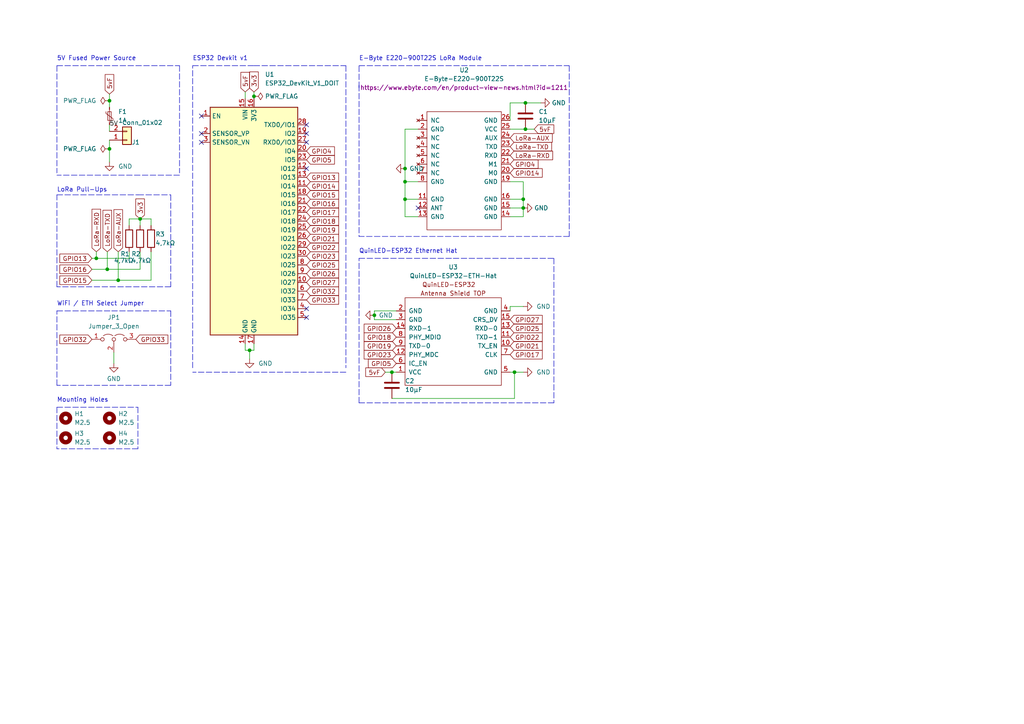
<source format=kicad_sch>
(kicad_sch (version 20211123) (generator eeschema)
  (paper "A4")
  (lib_symbols
    (symbol "Andys-Symbols:E-Byte-E220-900T22S" (pin_names (offset 1.016))
      (property "Reference" "U" (at 1.27 10.16 0))
      (property "Value" "E-Byte-E220-900T22S" (at 0 6.35 0))
      (property "Datasheet" "https://www.ebyte.com/en/product-view-news.html?id=1211" (at 0 3.81 0))
      (symbol "E-Byte-E220-900T22S_0_1"
        (rectangle (start 0 0) (end 21.59 -34.29))
      )
      (symbol "E-Byte-E220-900T22S_1_0"
        (pin power_in line (at 24.13 -30.48 180) (length 2.54) (name "GND") (number "14"))
        (pin power_in line (at 24.13 -27.94 180) (length 2.54) (name "GND") (number "15"))
        (pin power_in line (at 24.13 -25.4 180) (length 2.54) (name "GND") (number "16"))
        (pin power_in line (at 24.13 -20.32 180) (length 2.54) (name "GND") (number "19"))
        (pin input line (at 24.13 -17.78 180) (length 2.54) (name "M0") (number "20"))
        (pin input line (at 24.13 -15.24 180) (length 2.54) (name "M1") (number "21"))
        (pin input line (at 24.13 -12.7 180) (length 2.54) (name "RXD") (number "22"))
        (pin output line (at 24.13 -10.16 180) (length 2.54) (name "TXD") (number "23"))
        (pin output line (at 24.13 -7.62 180) (length 2.54) (name "AUX") (number "24"))
      )
      (symbol "E-Byte-E220-900T22S_1_1"
        (pin no_connect line (at -2.54 -2.54 0) (length 2.54) (name "NC") (number "1"))
        (pin power_in line (at -2.54 -25.4 0) (length 2.54) (name "GND") (number "11"))
        (pin bidirectional line (at -2.54 -27.94 0) (length 2.54) (name "ANT") (number "12"))
        (pin power_in line (at -2.54 -30.48 0) (length 2.54) (name "GND") (number "13"))
        (pin power_in line (at -2.54 -5.08 0) (length 2.54) (name "GND") (number "2"))
        (pin power_in line (at 24.13 -5.08 180) (length 2.54) (name "VCC") (number "25"))
        (pin power_in line (at 24.13 -2.54 180) (length 2.54) (name "GND") (number "26"))
        (pin no_connect line (at -2.54 -7.62 0) (length 2.54) (name "NC") (number "3"))
        (pin no_connect line (at -2.54 -10.16 0) (length 2.54) (name "NC") (number "4"))
        (pin no_connect line (at -2.54 -12.7 0) (length 2.54) (name "NC") (number "5"))
        (pin no_connect line (at -2.54 -15.24 0) (length 2.54) (name "NC") (number "6"))
        (pin no_connect line (at -2.54 -17.78 0) (length 2.54) (name "NC") (number "7"))
        (pin power_in line (at -2.54 -20.32 0) (length 2.54) (name "GND") (number "8"))
      )
    )
    (symbol "Connector_Generic:Conn_01x02" (pin_names (offset 1.016) hide)
      (property "Reference" "J" (at 0 2.54 0))
      (property "Value" "Conn_01x02" (at 0 -5.08 0))
      (symbol "Conn_01x02_1_1"
        (rectangle (start -1.27 -2.413) (end 0 -2.667) (stroke (width 0.1524)))
        (rectangle (start -1.27 0.127) (end 0 -0.127) (stroke (width 0.1524)))
        (rectangle (start -1.27 1.27) (end 1.27 -3.81) (stroke (width 0.254)) (fill (type background)))
        (pin passive line (at -5.08 0 0) (length 3.81) (name "Pin_1") (number "1"))
        (pin passive line (at -5.08 -2.54 0) (length 3.81) (name "Pin_2") (number "2"))
      )
    )
    (symbol "Device:C" (pin_numbers hide) (pin_names (offset 0.254))
      (property "Reference" "C" (at 0.635 2.54 0))
      (property "Value" "C" (at 0.635 -2.54 0))
      (symbol "C_0_1"
        (polyline (pts (xy -2.032 -0.762) (xy 2.032 -0.762)) (stroke (width 0.508)))
        (polyline (pts (xy -2.032 0.762) (xy 2.032 0.762)) (stroke (width 0.508)))
      )
      (symbol "C_1_1"
        (pin passive line (at 0 3.81 270) (length 2.794) (name "~") (number "1"))
        (pin passive line (at 0 -3.81 90) (length 2.794) (name "~") (number "2"))
      )
    )
    (symbol "Device:Polyfuse_Small" (pin_numbers hide) (pin_names (offset 0))
      (property "Reference" "F" (at -1.905 0 90))
      (property "Value" "Polyfuse_Small" (at 1.905 0 90))
      (symbol "Polyfuse_Small_0_1"
        (rectangle (start -0.508 1.27) (end 0.508 -1.27))
        (polyline (pts (xy 0 2.54) (xy 0 -2.54)))
        (polyline (pts (xy -1.016 1.27) (xy -1.016 0.762) (xy 1.016 -0.762) (xy 1.016 -1.27)))
      )
      (symbol "Polyfuse_Small_1_1"
        (pin passive line (at 0 2.54 270) (length 0.635) (name "~") (number "1"))
        (pin passive line (at 0 -2.54 90) (length 0.635) (name "~") (number "2"))
      )
    )
    (symbol "Device:R" (pin_numbers hide) (pin_names (offset 0))
      (property "Reference" "R" (at 2.032 0 90))
      (property "Value" "R" (at 0 0 90))
      (symbol "R_0_1"
        (rectangle (start -1.016 -2.54) (end 1.016 2.54) (stroke (width 0.254)))
      )
      (symbol "R_1_1"
        (pin passive line (at 0 3.81 270) (length 1.27) (name "~") (number "1"))
        (pin passive line (at 0 -3.81 90) (length 1.27) (name "~") (number "2"))
      )
    )
    (symbol "ESP32 Devkit V1:ESP32_DevKit_V1_DOIT"
      (property "Reference" "U" (at -11.43 34.29 0))
      (property "Value" "ESP32_DevKit_V1_DOIT" (at 11.43 34.29 0))
      (symbol "ESP32_DevKit_V1_DOIT_1_1"
        (rectangle (start -12.7 33.02) (end 12.7 -33.02) (stroke (width 0.254)) (fill (type background)))
        (pin input line (at -15.24 30.48 0) (length 2.54) (name "EN") (number "1"))
        (pin bidirectional line (at 15.24 -17.78 180) (length 2.54) (name "IO27") (number "10"))
        (pin bidirectional line (at 15.24 10.16 180) (length 2.54) (name "IO14") (number "11"))
        (pin bidirectional line (at 15.24 15.24 180) (length 2.54) (name "IO12") (number "12"))
        (pin bidirectional line (at 15.24 12.7 180) (length 2.54) (name "IO13") (number "13"))
        (pin power_in line (at -2.54 -35.56 90) (length 2.54) (name "GND") (number "14"))
        (pin power_in line (at -2.54 35.56 270) (length 2.54) (name "VIN") (number "15"))
        (pin power_in line (at 0 35.56 270) (length 2.54) (name "3V3") (number "16"))
        (pin power_in line (at 0 -35.56 90) (length 2.54) (name "GND") (number "17"))
        (pin bidirectional line (at 15.24 7.62 180) (length 2.54) (name "IO15") (number "18"))
        (pin bidirectional line (at 15.24 25.4 180) (length 2.54) (name "IO2") (number "19"))
        (pin input line (at -15.24 25.4 0) (length 2.54) (name "SENSOR_VP") (number "2"))
        (pin bidirectional line (at 15.24 20.32 180) (length 2.54) (name "IO4") (number "20"))
        (pin bidirectional line (at 15.24 5.08 180) (length 2.54) (name "IO16") (number "21"))
        (pin bidirectional line (at 15.24 2.54 180) (length 2.54) (name "IO17") (number "22"))
        (pin bidirectional line (at 15.24 17.78 180) (length 2.54) (name "IO5") (number "23"))
        (pin bidirectional line (at 15.24 0 180) (length 2.54) (name "IO18") (number "24"))
        (pin bidirectional line (at 15.24 -2.54 180) (length 2.54) (name "IO19") (number "25"))
        (pin bidirectional line (at 15.24 -5.08 180) (length 2.54) (name "IO21") (number "26"))
        (pin bidirectional line (at 15.24 22.86 180) (length 2.54) (name "RXD0/IO3") (number "27"))
        (pin bidirectional line (at 15.24 27.94 180) (length 2.54) (name "TXD0/IO1") (number "28"))
        (pin bidirectional line (at 15.24 -7.62 180) (length 2.54) (name "IO22") (number "29"))
        (pin input line (at -15.24 22.86 0) (length 2.54) (name "SENSOR_VN") (number "3"))
        (pin bidirectional line (at 15.24 -10.16 180) (length 2.54) (name "IO23") (number "30"))
        (pin input line (at 15.24 -25.4 180) (length 2.54) (name "IO34") (number "4"))
        (pin input line (at 15.24 -27.94 180) (length 2.54) (name "IO35") (number "5"))
        (pin bidirectional line (at 15.24 -20.32 180) (length 2.54) (name "IO32") (number "6"))
        (pin bidirectional line (at 15.24 -22.86 180) (length 2.54) (name "IO33") (number "7"))
        (pin bidirectional line (at 15.24 -12.7 180) (length 2.54) (name "IO25") (number "8"))
        (pin bidirectional line (at 15.24 -15.24 180) (length 2.54) (name "IO26") (number "9"))
      )
    )
    (symbol "Jumper:Jumper_3_Open" (pin_names (offset 0) hide)
      (property "Reference" "JP" (at -2.54 -2.54 0))
      (property "Value" "Jumper_3_Open" (at 0 2.794 0))
      (symbol "Jumper_3_Open_0_0"
        (circle (center -3.302 0) (radius 0.508))
        (circle (center 0 0) (radius 0.508))
        (circle (center 3.302 0) (radius 0.508))
      )
      (symbol "Jumper_3_Open_0_1"
        (arc (start -0.254 1.016) (mid -1.651 1.4992) (end -3.048 1.016))
        (polyline (pts (xy 0 -0.508) (xy 0 -1.27)))
        (arc (start 3.048 1.016) (mid 1.651 1.4992) (end 0.254 1.016))
      )
      (symbol "Jumper_3_Open_1_1"
        (pin passive line (at -6.35 0 0) (length 2.54) (name "A") (number "1"))
        (pin input line (at 0 -3.81 90) (length 2.54) (name "C") (number "2"))
        (pin passive line (at 6.35 0 180) (length 2.54) (name "B") (number "3"))
      )
    )
    (symbol "Mechanical:MountingHole" (pin_names (offset 1.016))
      (property "Reference" "H" (at 0 5.08 0))
      (property "Value" "MountingHole" (at 0 3.175 0))
      (symbol "MountingHole_0_1"
        (circle (center 0 0) (radius 1.27) (stroke (width 1.27)))
      )
    )
    (symbol "QuinLED-ESP32:QuinLED-ESP32-ETH-Hat" (pin_names (offset 1.016))
      (property "Reference" "U" (at 13.97 8.89 0))
      (property "Value" "QuinLED-ESP32-ETH-Hat" (at 13.97 6.35 0))
      (symbol "QuinLED-ESP32-ETH-Hat_0_0"
        (rectangle (start 0 0) (end 27.94 -25.4))
        (text "Antenna Shield TOP" (at 13.97 1.27 0) (effects (font (size 1.27 1.27))))
        (text "QuinLED-ESP32" (at 12.7 3.81 0) (effects (font (size 1.27 1.27))))
      )
      (symbol "QuinLED-ESP32-ETH-Hat_1_1"
        (pin input line (at -2.54 -21.59 0) (length 2.54) (name "VCC") (number "1"))
        (pin bidirectional line (at 30.48 -13.97 180) (length 2.54) (name "TX_EN") (number "10"))
        (pin bidirectional line (at 30.48 -11.43 180) (length 2.54) (name "TXD-1") (number "11"))
        (pin bidirectional line (at -2.54 -16.51 0) (length 2.54) (name "PHY_MDC") (number "12"))
        (pin bidirectional line (at 30.48 -8.89 180) (length 2.54) (name "RXD-0") (number "13"))
        (pin bidirectional line (at -2.54 -8.89 0) (length 2.54) (name "RXD-1") (number "14"))
        (pin bidirectional line (at 30.48 -6.35 180) (length 2.54) (name "CRS_DV") (number "15"))
        (pin input line (at -2.54 -3.81 0) (length 2.54) (name "GND") (number "2"))
        (pin input line (at -2.54 -6.35 0) (length 2.54) (name "GND") (number "3"))
        (pin input line (at 30.48 -3.81 180) (length 2.54) (name "GND") (number "4"))
        (pin input line (at 30.48 -21.59 180) (length 2.54) (name "GND") (number "5"))
        (pin bidirectional line (at -2.54 -19.05 0) (length 2.54) (name "IC_EN") (number "6"))
        (pin bidirectional line (at 30.48 -16.51 180) (length 2.54) (name "CLK") (number "7"))
        (pin bidirectional line (at -2.54 -11.43 0) (length 2.54) (name "PHY_MDIO") (number "8"))
        (pin bidirectional line (at -2.54 -13.97 0) (length 2.54) (name "TXD-0") (number "9"))
      )
    )
    (symbol "power:GND" (power) (pin_names (offset 0))
      (property "Value" "GND" (at 0 -3.81 0))
      (symbol "GND_0_1"
        (polyline (pts (xy 0 0) (xy 0 -1.27) (xy 1.27 -1.27) (xy 0 -2.54) (xy -1.27 -1.27) (xy 0 -1.27)))
      )
      (symbol "GND_1_1"
        (pin power_in line (at 0 0 270) (length 0) hide (name "GND") (number "1"))
      )
    )
    (symbol "power:PWR_FLAG" (power) (pin_numbers hide) (pin_names (offset 0) hide)
      (property "Value" "PWR_FLAG" (at 0 3.81 0))
      (symbol "PWR_FLAG_0_0"
        (pin power_out line (at 0 0 90) (length 0) (name "pwr") (number "1"))
      )
      (symbol "PWR_FLAG_0_1"
        (polyline (pts (xy 0 0) (xy 0 1.27) (xy -1.016 1.905) (xy 0 2.54) (xy 1.016 1.905) (xy 0 1.27)))
      )
    )
  )
  (junction (at 117.475 48.895))
  (junction (at 27.94 74.93))
  (junction (at 40.64 63.5))
  (junction (at 34.29 81.28))
  (junction (at 31.75 43.18))
  (junction (at 117.475 57.785))
  (junction (at 149.225 107.95))
  (junction (at 152.4 29.845))
  (junction (at 151.765 57.785))
  (junction (at 151.765 60.325))
  (junction (at 31.115 78.105))
  (junction (at 117.475 52.705))
  (junction (at 73.66 27.94))
  (junction (at 72.39 101.6))
  (junction (at 113.665 107.95))
  (junction (at 31.75 29.21))
  (junction (at 152.4 37.465))
  (junction (at 108.585 91.44))
  (no_connect (at 58.42 33.655))
  (no_connect (at 58.42 38.735))
  (no_connect (at 58.42 41.275))
  (no_connect (at 88.9 48.895))
  (no_connect (at 88.9 38.735))
  (no_connect (at 88.9 92.075))
  (no_connect (at 88.9 89.535))
  (no_connect (at 121.285 60.325))
  (no_connect (at 88.9 36.195))
  (no_connect (at 88.9 41.275))
  (wire (pts (xy 147.955 37.465) (xy 152.4 37.465)))
  (wire (pts (xy 43.815 73.025) (xy 43.815 81.28)))
  (wire (pts (xy 147.955 57.785) (xy 151.765 57.785)))
  (wire (pts (xy 149.225 115.57) (xy 149.225 107.95)))
  (polyline (pts (xy 49.53 111.76) (xy 16.51 111.76)))
  (wire (pts (xy 40.64 63.5) (xy 40.64 65.405)))
  (polyline (pts (xy 16.51 118.11) (xy 40.005 118.11)))
  (polyline (pts (xy 100.33 19.05) (xy 100.33 106.68)))
  (wire (pts (xy 73.66 27.94) (xy 73.66 28.575)))
  (wire (pts (xy 27.94 74.93) (xy 37.465 74.93)))
  (wire (pts (xy 73.66 26.67) (xy 73.66 27.94)))
  (polyline (pts (xy 104.14 74.93) (xy 131.445 74.93)))
  (polyline (pts (xy 104.14 116.84) (xy 104.14 74.93)))
  (polyline (pts (xy 16.51 19.05) (xy 52.07 19.05)))
  (wire (pts (xy 147.955 107.95) (xy 149.225 107.95)))
  (wire (pts (xy 113.665 115.57) (xy 149.225 115.57)))
  (wire (pts (xy 31.75 29.21) (xy 31.75 31.115)))
  (wire (pts (xy 33.02 102.235) (xy 33.02 105.41)))
  (wire (pts (xy 151.765 88.9) (xy 147.955 88.9)))
  (polyline (pts (xy 16.51 56.515) (xy 40.005 56.515)))
  (wire (pts (xy 72.39 101.6) (xy 72.39 104.14)))
  (wire (pts (xy 113.665 107.95) (xy 114.935 107.95)))
  (polyline (pts (xy 100.33 107.95) (xy 55.88 107.95)))
  (polyline (pts (xy 40.005 56.515) (xy 49.53 56.515)))
  (polyline (pts (xy 40.005 118.11) (xy 40.005 130.175)))
  (wire (pts (xy 114.935 92.71) (xy 108.585 92.71)))
  (polyline (pts (xy 49.53 56.515) (xy 49.53 83.185)))
  (wire (pts (xy 72.39 101.6) (xy 73.66 101.6)))
  (wire (pts (xy 117.475 48.895) (xy 117.475 37.465)))
  (wire (pts (xy 73.66 99.695) (xy 73.66 101.6)))
  (wire (pts (xy 71.12 101.6) (xy 72.39 101.6)))
  (wire (pts (xy 152.4 29.845) (xy 156.845 29.845)))
  (polyline (pts (xy 16.51 118.11) (xy 16.51 130.175)))
  (wire (pts (xy 37.465 63.5) (xy 40.64 63.5)))
  (wire (pts (xy 114.935 90.17) (xy 108.585 90.17)))
  (wire (pts (xy 31.75 36.195) (xy 31.75 38.1)))
  (polyline (pts (xy 52.07 19.05) (xy 52.07 50.165)))
  (wire (pts (xy 111.76 107.95) (xy 113.665 107.95)))
  (wire (pts (xy 31.75 40.64) (xy 31.75 43.18)))
  (wire (pts (xy 147.955 88.9) (xy 147.955 90.17)))
  (wire (pts (xy 147.955 60.325) (xy 151.765 60.325)))
  (wire (pts (xy 34.29 81.28) (xy 26.67 81.28)))
  (polyline (pts (xy 165.1 68.58) (xy 104.14 68.58)))
  (polyline (pts (xy 160.655 74.93) (xy 160.655 116.84)))
  (wire (pts (xy 43.815 65.405) (xy 43.815 63.5)))
  (wire (pts (xy 40.64 73.025) (xy 40.64 78.105)))
  (polyline (pts (xy 104.14 25.4) (xy 104.14 19.05)))
  (polyline (pts (xy 32.385 90.17) (xy 49.53 90.17)))
  (polyline (pts (xy 16.51 111.76) (xy 16.51 90.17)))
  (wire (pts (xy 147.955 62.865) (xy 151.765 62.865)))
  (wire (pts (xy 149.225 107.95) (xy 151.765 107.95)))
  (wire (pts (xy 27.94 73.025) (xy 27.94 74.93)))
  (wire (pts (xy 108.585 91.44) (xy 108.585 92.71)))
  (wire (pts (xy 43.815 63.5) (xy 40.64 63.5)))
  (polyline (pts (xy 16.51 90.17) (xy 32.385 90.17)))
  (wire (pts (xy 147.955 29.845) (xy 147.955 34.925)))
  (polyline (pts (xy 104.14 19.05) (xy 165.1 19.05)))
  (wire (pts (xy 117.475 52.705) (xy 117.475 48.895)))
  (wire (pts (xy 117.475 62.865) (xy 117.475 57.785)))
  (polyline (pts (xy 55.88 106.68) (xy 55.88 19.05)))
  (wire (pts (xy 121.285 62.865) (xy 117.475 62.865)))
  (wire (pts (xy 147.955 52.705) (xy 151.765 52.705)))
  (polyline (pts (xy 49.53 90.17) (xy 49.53 111.76)))
  (polyline (pts (xy 40.005 130.175) (xy 16.51 130.175)))
  (polyline (pts (xy 131.445 74.93) (xy 160.655 74.93)))
  (wire (pts (xy 26.67 74.93) (xy 27.94 74.93)))
  (polyline (pts (xy 165.1 19.05) (xy 165.1 68.58)))
  (polyline (pts (xy 55.88 19.05) (xy 73.66 19.05)))
  (polyline (pts (xy 16.51 83.185) (xy 16.51 56.515)))
  (wire (pts (xy 43.815 81.28) (xy 34.29 81.28)))
  (wire (pts (xy 121.285 52.705) (xy 117.475 52.705)))
  (wire (pts (xy 117.475 37.465) (xy 121.285 37.465)))
  (wire (pts (xy 151.765 52.705) (xy 151.765 57.785)))
  (wire (pts (xy 26.67 78.105) (xy 31.115 78.105)))
  (polyline (pts (xy 160.655 116.84) (xy 104.14 116.84)))
  (wire (pts (xy 31.115 78.105) (xy 40.64 78.105)))
  (wire (pts (xy 31.115 73.025) (xy 31.115 78.105)))
  (polyline (pts (xy 16.51 19.05) (xy 16.51 50.165)))
  (wire (pts (xy 31.75 27.305) (xy 31.75 29.21)))
  (wire (pts (xy 34.29 73.025) (xy 34.29 81.28)))
  (wire (pts (xy 31.75 43.18) (xy 31.75 46.99)))
  (wire (pts (xy 71.12 99.695) (xy 71.12 101.6)))
  (polyline (pts (xy 49.53 83.185) (xy 16.51 83.185)))
  (wire (pts (xy 37.465 65.405) (xy 37.465 63.5)))
  (wire (pts (xy 151.765 62.865) (xy 151.765 60.325)))
  (wire (pts (xy 121.285 57.785) (xy 117.475 57.785)))
  (wire (pts (xy 37.465 73.025) (xy 37.465 74.93)))
  (wire (pts (xy 71.12 26.67) (xy 71.12 28.575)))
  (wire (pts (xy 152.4 29.845) (xy 147.955 29.845)))
  (polyline (pts (xy 104.14 24.765) (xy 104.14 68.58)))
  (wire (pts (xy 108.585 90.17) (xy 108.585 91.44)))
  (wire (pts (xy 152.4 37.465) (xy 154.94 37.465)))
  (wire (pts (xy 117.475 57.785) (xy 117.475 52.705)))
  (polyline (pts (xy 73.66 19.05) (xy 100.33 19.05)))
  (wire (pts (xy 151.765 57.785) (xy 151.765 60.325)))
  (polyline (pts (xy 52.07 50.8) (xy 16.51 50.8)))
  (text "QuinLED-ESP32 Ethernet Hat" (at 104.14 73.66 0) (effects (font (size 1.27 1.27)) (justify left bottom)))
  (text "WiFi / ETH Select Jumper" (at 16.51 88.9 0) (effects (font (size 1.27 1.27)) (justify left bottom)))
  (text "5V Fused Power Source" (at 16.51 17.78 0) (effects (font (size 1.27 1.27)) (justify left bottom)))
  (text "LoRa Pull-Ups" (at 16.51 55.88 0) (effects (font (size 1.27 1.27)) (justify left bottom)))
  (text "Mounting Holes" (at 16.51 116.84 0) (effects (font (size 1.27 1.27)) (justify left bottom)))
  (text "E-Byte E220-900T22S LoRa Module" (at 104.14 17.78 0) (effects (font (size 1.27 1.27)) (justify left bottom)))
  (text "ESP32 Devkit v1" (at 55.88 17.78 0) (effects (font (size 1.27 1.27)) (justify left bottom)))
  (label "5V" (at 31.75 36.83 0))
  (global_label "GPIO15" (shape input) (at 88.9 56.515 0) (property "Intersheet References" "${INTERSHEET_REFS}" (effects hide)))
  (global_label "GPIO14" (shape input) (at 147.955 50.165 0) (property "Intersheet References" "${INTERSHEET_REFS}" (effects hide)))
  (global_label "GPIO32" (shape input) (at 26.67 98.425 180) (property "Intersheet References" "${INTERSHEET_REFS}" (effects hide)))
  (global_label "GPIO27" (shape input) (at 147.955 92.71 0) (property "Intersheet References" "${INTERSHEET_REFS}" (effects hide)))
  (global_label "LoRa-RXD" (shape input) (at 27.94 73.025 90) (property "Intersheet References" "${INTERSHEET_REFS}" (effects hide)))
  (global_label "GPIO33" (shape input) (at 39.37 98.425 0) (property "Intersheet References" "${INTERSHEET_REFS}" (effects hide)))
  (global_label "GPIO27" (shape input) (at 88.9 81.915 0) (property "Intersheet References" "${INTERSHEET_REFS}" (effects hide)))
  (global_label "LoRa-TXD" (shape input) (at 147.955 42.545 0) (property "Intersheet References" "${INTERSHEET_REFS}" (effects hide)))
  (global_label "GPIO16" (shape input) (at 26.67 78.105 180) (property "Intersheet References" "${INTERSHEET_REFS}" (effects hide)))
  (global_label "GPIO21" (shape input) (at 147.955 100.33 0) (property "Intersheet References" "${INTERSHEET_REFS}" (effects hide)))
  (global_label "3v3" (shape input) (at 40.64 63.5 90) (property "Intersheet References" "${INTERSHEET_REFS}" (effects hide)))
  (global_label "GPIO14" (shape input) (at 88.9 53.975 0) (property "Intersheet References" "${INTERSHEET_REFS}" (effects hide)))
  (global_label "GPIO17" (shape input) (at 88.9 61.595 0) (property "Intersheet References" "${INTERSHEET_REFS}" (effects hide)))
  (global_label "GPIO13" (shape input) (at 88.9 51.435 0) (property "Intersheet References" "${INTERSHEET_REFS}" (effects hide)))
  (global_label "LoRa-TXD" (shape input) (at 31.115 73.025 90) (property "Intersheet References" "${INTERSHEET_REFS}" (effects hide)))
  (global_label "GPIO19" (shape input) (at 114.935 100.33 180) (property "Intersheet References" "${INTERSHEET_REFS}" (effects hide)))
  (global_label "GPIO18" (shape input) (at 88.9 64.135 0) (property "Intersheet References" "${INTERSHEET_REFS}" (effects hide)))
  (global_label "GPIO23" (shape input) (at 114.935 102.87 180) (property "Intersheet References" "${INTERSHEET_REFS}" (effects hide)))
  (global_label "GPIO15" (shape input) (at 26.67 81.28 180) (property "Intersheet References" "${INTERSHEET_REFS}" (effects hide)))
  (global_label "GPIO22" (shape input) (at 147.955 97.79 0) (property "Intersheet References" "${INTERSHEET_REFS}" (effects hide)))
  (global_label "GPIO13" (shape input) (at 26.67 74.93 180) (property "Intersheet References" "${INTERSHEET_REFS}" (effects hide)))
  (global_label "GPIO32" (shape input) (at 88.9 84.455 0) (property "Intersheet References" "${INTERSHEET_REFS}" (effects hide)))
  (global_label "LoRa-AUX" (shape input) (at 147.955 40.005 0) (property "Intersheet References" "${INTERSHEET_REFS}" (effects hide)))
  (global_label "GPIO23" (shape input) (at 88.9 74.295 0) (property "Intersheet References" "${INTERSHEET_REFS}" (effects hide)))
  (global_label "GPIO16" (shape input) (at 88.9 59.055 0) (property "Intersheet References" "${INTERSHEET_REFS}" (effects hide)))
  (global_label "GPIO22" (shape input) (at 88.9 71.755 0) (property "Intersheet References" "${INTERSHEET_REFS}" (effects hide)))
  (global_label "5vF" (shape input) (at 111.76 107.95 180) (property "Intersheet References" "${INTERSHEET_REFS}" (effects hide)))
  (global_label "GPIO21" (shape input) (at 88.9 69.215 0) (property "Intersheet References" "${INTERSHEET_REFS}" (effects hide)))
  (global_label "5vF" (shape input) (at 71.12 26.67 90) (property "Intersheet References" "${INTERSHEET_REFS}" (effects hide)))
  (global_label "3v3" (shape input) (at 73.66 26.67 90) (property "Intersheet References" "${INTERSHEET_REFS}" (effects hide)))
  (global_label "GPIO5" (shape input) (at 88.9 46.355 0) (property "Intersheet References" "${INTERSHEET_REFS}" (effects hide)))
  (global_label "5vF" (shape input) (at 31.75 27.305 90) (property "Intersheet References" "${INTERSHEET_REFS}" (effects hide)))
  (global_label "GPIO26" (shape input) (at 114.935 95.25 180) (property "Intersheet References" "${INTERSHEET_REFS}" (effects hide)))
  (global_label "5vF" (shape input) (at 154.94 37.465 0) (property "Intersheet References" "${INTERSHEET_REFS}" (effects hide)))
  (global_label "GPIO4" (shape input) (at 88.9 43.815 0) (property "Intersheet References" "${INTERSHEET_REFS}" (effects hide)))
  (global_label "GPIO26" (shape input) (at 88.9 79.375 0) (property "Intersheet References" "${INTERSHEET_REFS}" (effects hide)))
  (global_label "GPIO18" (shape input) (at 114.935 97.79 180) (property "Intersheet References" "${INTERSHEET_REFS}" (effects hide)))
  (global_label "LoRa-AUX" (shape input) (at 34.29 73.025 90) (property "Intersheet References" "${INTERSHEET_REFS}" (effects hide)))
  (global_label "GPIO17" (shape input) (at 147.955 102.87 0) (property "Intersheet References" "${INTERSHEET_REFS}" (effects hide)))
  (global_label "GPIO4" (shape input) (at 147.955 47.625 0) (property "Intersheet References" "${INTERSHEET_REFS}" (effects hide)))
  (global_label "GPIO33" (shape input) (at 88.9 86.995 0) (property "Intersheet References" "${INTERSHEET_REFS}" (effects hide)))
  (global_label "GPIO5" (shape input) (at 114.935 105.41 180) (property "Intersheet References" "${INTERSHEET_REFS}" (effects hide)))
  (global_label "GPIO19" (shape input) (at 88.9 66.675 0) (property "Intersheet References" "${INTERSHEET_REFS}" (effects hide)))
  (global_label "GPIO25" (shape input) (at 88.9 76.835 0) (property "Intersheet References" "${INTERSHEET_REFS}" (effects hide)))
  (global_label "GPIO25" (shape input) (at 147.955 95.25 0) (property "Intersheet References" "${INTERSHEET_REFS}" (effects hide)))
  (global_label "LoRa-RXD" (shape input) (at 147.955 45.085 0) (property "Intersheet References" "${INTERSHEET_REFS}" (effects hide)))
  (symbol (lib_id "power:GND") (at 108.585 91.44 270) (unit 1)
    (property "Reference" "#PWR0105" (effects hide))
    (property "Value" "GND" (at 109.855 91.4399 90) (effects (justify left)))
  )
  (symbol (lib_id "Andys-Symbols:E-Byte-E220-900T22S") (at 123.825 32.385 0) (unit 1)
    (property "Reference" "U2" (at 134.62 20.32 0))
    (property "Value" "E-Byte-E220-900T22S" (at 134.62 22.86 0))
    (property "Footprint" "Andys-Footprints:E-Byte-E220-xxxT22S" (effects hide))
    (property "Datasheet" "https://www.ebyte.com/en/product-view-news.html?id=1211" (at 134.62 25.4 0))
  )
  (symbol (lib_id "power:GND") (at 117.475 48.895 270) (unit 1)
    (property "Reference" "#PWR0106" (effects hide))
    (property "Value" "GND" (at 118.745 48.8949 90) (effects (justify left)))
  )
  (symbol (lib_id "Device:R") (at 37.465 69.215 0) (unit 1)
    (property "Reference" "R1" (at 34.925 73.66 0) (effects (justify left)))
    (property "Value" "4,7kΩ" (at 33.02 75.565 0) (effects (justify left)))
    (property "Footprint" "Resistor_SMD:R_0805_2012Metric" (effects hide))
  )
  (symbol (lib_id "QuinLED-ESP32:QuinLED-ESP32-ETH-Hat") (at 117.475 86.36 0) (unit 1)
    (property "Reference" "U3" (at 131.445 77.47 0))
    (property "Value" "QuinLED-ESP32-ETH-Hat" (at 131.445 80.01 0))
    (property "Footprint" "QuinLED:QuinLED-ESP32-ETH-Hat" (effects hide))
  )
  (symbol (lib_id "Mechanical:MountingHole") (at 19.05 121.285 0) (unit 1)
    (property "Reference" "H1" (at 21.59 120.0149 0) (effects (justify left)))
    (property "Value" "M2.5" (at 21.59 122.5549 0) (effects (justify left)))
    (property "Footprint" "MountingHole:MountingHole_2.5mm_Pad_Via" (effects hide))
  )
  (symbol (lib_id "ESP32 Devkit V1:ESP32_DevKit_V1_DOIT") (at 73.66 64.135 0) (unit 1)
    (property "Reference" "U1" (at 76.835 21.59 0) (effects (justify left)))
    (property "Value" "ESP32_DevKit_V1_DOIT" (at 76.835 24.13 0) (effects (justify left)))
    (property "Footprint" "Andys-Footprints:esp32_devkit_v1_doit-less-silkscreen" (effects hide))
    (property "Datasheet" "https://aliexpress.com/item/32864722159.html" (effects hide))
  )
  (symbol (lib_id "Device:Polyfuse_Small") (at 31.75 33.655 0) (unit 1)
    (property "Reference" "F1" (at 34.29 32.3849 0) (effects (justify left)))
    (property "Value" "1A" (at 34.29 34.9249 0) (effects (justify left)))
    (property "Footprint" "Fuse:Fuse_1812_4532Metric" (effects hide))
  )
  (symbol (lib_id "power:GND") (at 151.765 60.325 90) (mirror x) (unit 1)
    (property "Reference" "#PWR0107" (effects hide))
    (property "Value" "GND" (at 154.94 60.3249 90) (effects (justify right)))
  )
  (symbol (lib_id "power:GND") (at 156.845 29.845 90) (mirror x) (unit 1)
    (property "Reference" "#PWR0110" (effects hide))
    (property "Value" "GND" (at 160.02 29.8449 90) (effects (justify right)))
  )
  (symbol (lib_id "power:PWR_FLAG") (at 73.66 27.94 270) (unit 1)
    (property "Reference" "#FLG0101" (effects hide))
    (property "Value" "PWR_FLAG" (at 76.835 27.9399 90) (effects (justify left)))
  )
  (symbol (lib_id "Device:R") (at 40.64 69.215 0) (unit 1)
    (property "Reference" "R2" (at 38.1 73.66 0) (effects (justify left)))
    (property "Value" "4,7kΩ" (at 38.1 75.565 0) (effects (justify left)))
    (property "Footprint" "Resistor_SMD:R_0805_2012Metric" (effects hide))
  )
  (symbol (lib_id "Mechanical:MountingHole") (at 31.75 127 0) (unit 1)
    (property "Reference" "H4" (at 34.29 125.7299 0) (effects (justify left)))
    (property "Value" "M2.5" (at 34.29 128.2699 0) (effects (justify left)))
    (property "Footprint" "MountingHole:MountingHole_2.5mm_Pad_Via" (effects hide))
  )
  (symbol (lib_id "Connector_Generic:Conn_01x02") (at 36.83 40.64 0) (mirror x) (unit 1)
    (property "Reference" "J1" (at 39.37 41.275 0))
    (property "Value" "Conn_01x02" (at 41.275 35.56 0))
    (property "Footprint" "TerminalBlock_Phoenix:TerminalBlock_Phoenix_MKDS-1,5-2-5.08_1x02_P5.08mm_Horizontal" (effects hide))
  )
  (symbol (lib_id "Device:C") (at 113.665 111.76 0) (unit 1)
    (property "Reference" "C2" (at 117.475 110.4899 0) (effects (justify left)))
    (property "Value" "10µF" (at 117.475 113.0299 0) (effects (justify left)))
    (property "Footprint" "Capacitor_SMD:C_0805_2012Metric" (effects hide))
  )
  (symbol (lib_id "Device:C") (at 152.4 33.655 0) (unit 1)
    (property "Reference" "C1" (at 156.21 32.3849 0) (effects (justify left)))
    (property "Value" "10µF" (at 156.21 34.9249 0) (effects (justify left)))
    (property "Footprint" "Capacitor_SMD:C_0805_2012Metric" (effects hide))
  )
  (symbol (lib_id "power:GND") (at 33.02 105.41 0) (unit 1)
    (property "Reference" "#PWR01" (effects hide))
    (property "Value" "GND" (at 33.02 109.855 0))
  )
  (symbol (lib_id "Jumper:Jumper_3_Open") (at 33.02 98.425 0) (unit 1)
    (property "Reference" "JP1" (at 33.02 92.075 0))
    (property "Value" "Jumper_3_Open" (at 33.02 94.615 0))
    (property "Footprint" "Connector_PinHeader_2.54mm:PinHeader_1x03_P2.54mm_Vertical" (effects hide))
  )
  (symbol (lib_id "Device:R") (at 43.815 69.215 0) (unit 1)
    (property "Reference" "R3" (at 45.085 67.945 0) (effects (justify left)))
    (property "Value" "4,7kΩ" (at 45.085 70.485 0) (effects (justify left)))
    (property "Footprint" "Resistor_SMD:R_0805_2012Metric" (effects hide))
  )
  (symbol (lib_id "Mechanical:MountingHole") (at 19.05 127 0) (unit 1)
    (property "Reference" "H3" (at 21.59 125.7299 0) (effects (justify left)))
    (property "Value" "M2.5" (at 21.59 128.2699 0) (effects (justify left)))
    (property "Footprint" "MountingHole:MountingHole_2.5mm_Pad_Via" (effects hide))
  )
  (symbol (lib_id "power:PWR_FLAG") (at 31.75 29.21 90) (unit 1)
    (property "Reference" "#FLG0102" (effects hide))
    (property "Value" "PWR_FLAG" (at 27.94 29.2099 90) (effects (justify left)))
  )
  (symbol (lib_id "power:GND") (at 72.39 104.14 0) (unit 1)
    (property "Reference" "#PWR0109" (effects hide))
    (property "Value" "GND" (at 74.93 105.4099 0) (effects (justify left)))
  )
  (symbol (lib_id "power:GND") (at 151.765 88.9 90) (mirror x) (unit 1)
    (property "Reference" "#PWR0103" (effects hide))
    (property "Value" "GND" (at 155.575 88.8999 90) (effects (justify right)))
  )
  (symbol (lib_id "power:GND") (at 151.765 107.95 90) (mirror x) (unit 1)
    (property "Reference" "#PWR0102" (effects hide))
    (property "Value" "GND" (at 155.575 107.9499 90) (effects (justify right)))
  )
  (symbol (lib_id "power:PWR_FLAG") (at 31.75 43.18 90) (unit 1)
    (property "Reference" "#FLG02" (effects hide))
    (property "Value" "PWR_FLAG" (at 27.94 43.1799 90) (effects (justify left)))
  )
  (symbol (lib_id "power:GND") (at 31.75 46.99 0) (unit 1)
    (property "Reference" "#PWR05" (effects hide))
    (property "Value" "GND" (at 34.29 48.2599 0) (effects (justify left)))
  )
  (symbol (lib_id "Mechanical:MountingHole") (at 31.75 121.285 0) (unit 1)
    (property "Reference" "H2" (at 34.29 120.0149 0) (effects (justify left)))
    (property "Value" "M2.5" (at 34.29 122.5549 0) (effects (justify left)))
    (property "Footprint" "MountingHole:MountingHole_2.5mm_Pad_Via" (effects hide))
  )
)
</source>
